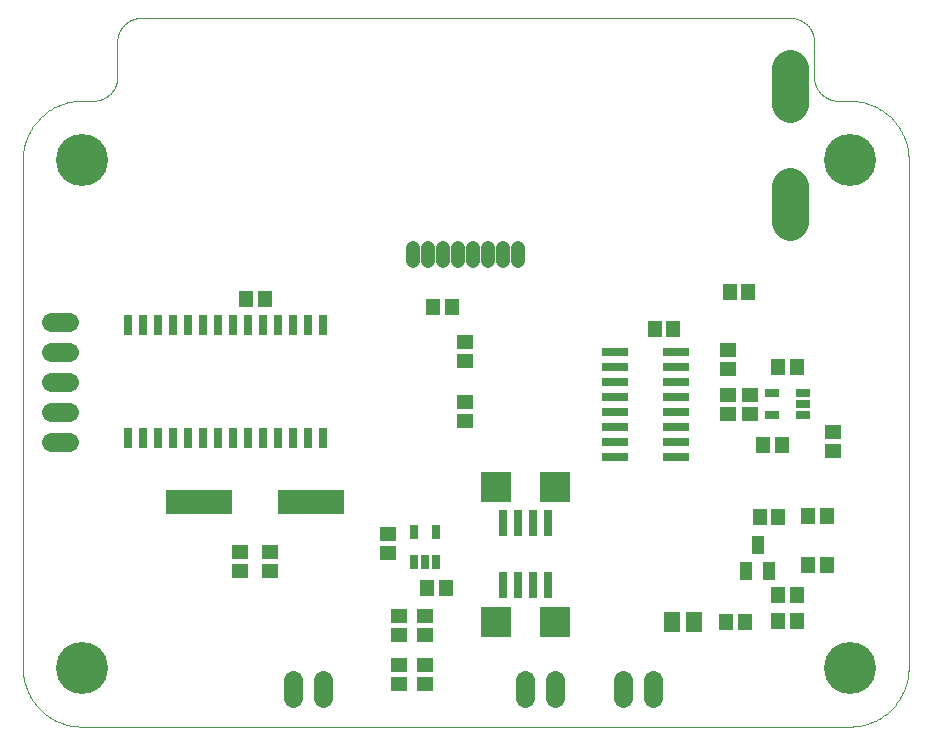
<source format=gts>
G75*
%MOIN*%
%OFA0B0*%
%FSLAX25Y25*%
%IPPOS*%
%LPD*%
%AMOC8*
5,1,8,0,0,1.08239X$1,22.5*
%
%ADD10C,0.00394*%
%ADD11C,0.06337*%
%ADD12R,0.04731X0.05518*%
%ADD13R,0.04337X0.05912*%
%ADD14R,0.05518X0.06699*%
%ADD15R,0.05124X0.02565*%
%ADD16R,0.09061X0.02762*%
%ADD17R,0.02565X0.05124*%
%ADD18R,0.05518X0.04731*%
%ADD19C,0.04762*%
%ADD20C,0.12211*%
%ADD21R,0.02959X0.07093*%
%ADD22R,0.02762X0.09061*%
%ADD23R,0.09849X0.09849*%
%ADD24R,0.22054X0.08274*%
%ADD25C,0.17392*%
D10*
X0030185Y0010500D02*
X0286091Y0010500D01*
X0286567Y0010506D01*
X0287042Y0010523D01*
X0287517Y0010552D01*
X0287991Y0010592D01*
X0288464Y0010644D01*
X0288935Y0010707D01*
X0289405Y0010781D01*
X0289873Y0010867D01*
X0290339Y0010964D01*
X0290802Y0011072D01*
X0291262Y0011191D01*
X0291720Y0011322D01*
X0292174Y0011463D01*
X0292625Y0011616D01*
X0293071Y0011779D01*
X0293514Y0011953D01*
X0293952Y0012138D01*
X0294386Y0012333D01*
X0294815Y0012539D01*
X0295239Y0012755D01*
X0295658Y0012981D01*
X0296071Y0013217D01*
X0296478Y0013463D01*
X0296879Y0013719D01*
X0297273Y0013985D01*
X0297662Y0014260D01*
X0298043Y0014544D01*
X0298417Y0014837D01*
X0298785Y0015139D01*
X0299145Y0015451D01*
X0299497Y0015770D01*
X0299841Y0016098D01*
X0300178Y0016435D01*
X0300506Y0016779D01*
X0300825Y0017131D01*
X0301137Y0017491D01*
X0301439Y0017859D01*
X0301732Y0018233D01*
X0302016Y0018614D01*
X0302291Y0019003D01*
X0302557Y0019397D01*
X0302813Y0019798D01*
X0303059Y0020205D01*
X0303295Y0020618D01*
X0303521Y0021037D01*
X0303737Y0021461D01*
X0303943Y0021890D01*
X0304138Y0022324D01*
X0304323Y0022762D01*
X0304497Y0023205D01*
X0304660Y0023651D01*
X0304813Y0024102D01*
X0304954Y0024556D01*
X0305085Y0025014D01*
X0305204Y0025474D01*
X0305312Y0025937D01*
X0305409Y0026403D01*
X0305495Y0026871D01*
X0305569Y0027341D01*
X0305632Y0027812D01*
X0305684Y0028285D01*
X0305724Y0028759D01*
X0305753Y0029234D01*
X0305770Y0029709D01*
X0305776Y0030185D01*
X0305776Y0199476D01*
X0305770Y0199952D01*
X0305753Y0200427D01*
X0305724Y0200902D01*
X0305684Y0201376D01*
X0305632Y0201849D01*
X0305569Y0202320D01*
X0305495Y0202790D01*
X0305409Y0203258D01*
X0305312Y0203724D01*
X0305204Y0204187D01*
X0305085Y0204647D01*
X0304954Y0205105D01*
X0304813Y0205559D01*
X0304660Y0206010D01*
X0304497Y0206456D01*
X0304323Y0206899D01*
X0304138Y0207337D01*
X0303943Y0207771D01*
X0303737Y0208200D01*
X0303521Y0208624D01*
X0303295Y0209043D01*
X0303059Y0209456D01*
X0302813Y0209863D01*
X0302557Y0210264D01*
X0302291Y0210658D01*
X0302016Y0211047D01*
X0301732Y0211428D01*
X0301439Y0211802D01*
X0301137Y0212170D01*
X0300825Y0212530D01*
X0300506Y0212882D01*
X0300178Y0213226D01*
X0299841Y0213563D01*
X0299497Y0213891D01*
X0299145Y0214210D01*
X0298785Y0214522D01*
X0298417Y0214824D01*
X0298043Y0215117D01*
X0297662Y0215401D01*
X0297273Y0215676D01*
X0296879Y0215942D01*
X0296478Y0216198D01*
X0296071Y0216444D01*
X0295658Y0216680D01*
X0295239Y0216906D01*
X0294815Y0217122D01*
X0294386Y0217328D01*
X0293952Y0217523D01*
X0293514Y0217708D01*
X0293071Y0217882D01*
X0292625Y0218045D01*
X0292174Y0218198D01*
X0291720Y0218339D01*
X0291262Y0218470D01*
X0290802Y0218589D01*
X0290339Y0218697D01*
X0289873Y0218794D01*
X0289405Y0218880D01*
X0288935Y0218954D01*
X0288464Y0219017D01*
X0287991Y0219069D01*
X0287517Y0219109D01*
X0287042Y0219138D01*
X0286567Y0219155D01*
X0286091Y0219161D01*
X0282154Y0219161D01*
X0281964Y0219163D01*
X0281774Y0219170D01*
X0281584Y0219182D01*
X0281394Y0219198D01*
X0281205Y0219218D01*
X0281016Y0219244D01*
X0280828Y0219273D01*
X0280641Y0219308D01*
X0280455Y0219347D01*
X0280270Y0219390D01*
X0280085Y0219438D01*
X0279902Y0219490D01*
X0279721Y0219546D01*
X0279541Y0219607D01*
X0279362Y0219673D01*
X0279185Y0219742D01*
X0279009Y0219816D01*
X0278836Y0219894D01*
X0278664Y0219977D01*
X0278495Y0220063D01*
X0278327Y0220153D01*
X0278162Y0220248D01*
X0277999Y0220346D01*
X0277839Y0220449D01*
X0277681Y0220555D01*
X0277526Y0220665D01*
X0277373Y0220778D01*
X0277223Y0220896D01*
X0277077Y0221017D01*
X0276933Y0221141D01*
X0276792Y0221269D01*
X0276654Y0221400D01*
X0276519Y0221535D01*
X0276388Y0221673D01*
X0276260Y0221814D01*
X0276136Y0221958D01*
X0276015Y0222104D01*
X0275897Y0222254D01*
X0275784Y0222407D01*
X0275674Y0222562D01*
X0275568Y0222720D01*
X0275465Y0222880D01*
X0275367Y0223043D01*
X0275272Y0223208D01*
X0275182Y0223376D01*
X0275096Y0223545D01*
X0275013Y0223717D01*
X0274935Y0223890D01*
X0274861Y0224066D01*
X0274792Y0224243D01*
X0274726Y0224422D01*
X0274665Y0224602D01*
X0274609Y0224783D01*
X0274557Y0224966D01*
X0274509Y0225151D01*
X0274466Y0225336D01*
X0274427Y0225522D01*
X0274392Y0225709D01*
X0274363Y0225897D01*
X0274337Y0226086D01*
X0274317Y0226275D01*
X0274301Y0226465D01*
X0274289Y0226655D01*
X0274282Y0226845D01*
X0274280Y0227035D01*
X0274280Y0238846D01*
X0274278Y0239036D01*
X0274271Y0239226D01*
X0274259Y0239416D01*
X0274243Y0239606D01*
X0274223Y0239795D01*
X0274197Y0239984D01*
X0274168Y0240172D01*
X0274133Y0240359D01*
X0274094Y0240545D01*
X0274051Y0240730D01*
X0274003Y0240915D01*
X0273951Y0241098D01*
X0273895Y0241279D01*
X0273834Y0241459D01*
X0273768Y0241638D01*
X0273699Y0241815D01*
X0273625Y0241991D01*
X0273547Y0242164D01*
X0273464Y0242336D01*
X0273378Y0242505D01*
X0273288Y0242673D01*
X0273193Y0242838D01*
X0273095Y0243001D01*
X0272992Y0243161D01*
X0272886Y0243319D01*
X0272776Y0243474D01*
X0272663Y0243627D01*
X0272545Y0243777D01*
X0272424Y0243923D01*
X0272300Y0244067D01*
X0272172Y0244208D01*
X0272041Y0244346D01*
X0271906Y0244481D01*
X0271768Y0244612D01*
X0271627Y0244740D01*
X0271483Y0244864D01*
X0271337Y0244985D01*
X0271187Y0245103D01*
X0271034Y0245216D01*
X0270879Y0245326D01*
X0270721Y0245432D01*
X0270561Y0245535D01*
X0270398Y0245633D01*
X0270233Y0245728D01*
X0270065Y0245818D01*
X0269896Y0245904D01*
X0269724Y0245987D01*
X0269551Y0246065D01*
X0269375Y0246139D01*
X0269198Y0246208D01*
X0269019Y0246274D01*
X0268839Y0246335D01*
X0268658Y0246391D01*
X0268475Y0246443D01*
X0268290Y0246491D01*
X0268105Y0246534D01*
X0267919Y0246573D01*
X0267732Y0246608D01*
X0267544Y0246637D01*
X0267355Y0246663D01*
X0267166Y0246683D01*
X0266976Y0246699D01*
X0266786Y0246711D01*
X0266596Y0246718D01*
X0266406Y0246720D01*
X0049870Y0246720D01*
X0049680Y0246718D01*
X0049490Y0246711D01*
X0049300Y0246699D01*
X0049110Y0246683D01*
X0048921Y0246663D01*
X0048732Y0246637D01*
X0048544Y0246608D01*
X0048357Y0246573D01*
X0048171Y0246534D01*
X0047986Y0246491D01*
X0047801Y0246443D01*
X0047618Y0246391D01*
X0047437Y0246335D01*
X0047257Y0246274D01*
X0047078Y0246208D01*
X0046901Y0246139D01*
X0046725Y0246065D01*
X0046552Y0245987D01*
X0046380Y0245904D01*
X0046211Y0245818D01*
X0046043Y0245728D01*
X0045878Y0245633D01*
X0045715Y0245535D01*
X0045555Y0245432D01*
X0045397Y0245326D01*
X0045242Y0245216D01*
X0045089Y0245103D01*
X0044939Y0244985D01*
X0044793Y0244864D01*
X0044649Y0244740D01*
X0044508Y0244612D01*
X0044370Y0244481D01*
X0044235Y0244346D01*
X0044104Y0244208D01*
X0043976Y0244067D01*
X0043852Y0243923D01*
X0043731Y0243777D01*
X0043613Y0243627D01*
X0043500Y0243474D01*
X0043390Y0243319D01*
X0043284Y0243161D01*
X0043181Y0243001D01*
X0043083Y0242838D01*
X0042988Y0242673D01*
X0042898Y0242505D01*
X0042812Y0242336D01*
X0042729Y0242164D01*
X0042651Y0241991D01*
X0042577Y0241815D01*
X0042508Y0241638D01*
X0042442Y0241459D01*
X0042381Y0241279D01*
X0042325Y0241098D01*
X0042273Y0240915D01*
X0042225Y0240730D01*
X0042182Y0240545D01*
X0042143Y0240359D01*
X0042108Y0240172D01*
X0042079Y0239984D01*
X0042053Y0239795D01*
X0042033Y0239606D01*
X0042017Y0239416D01*
X0042005Y0239226D01*
X0041998Y0239036D01*
X0041996Y0238846D01*
X0041996Y0227035D01*
X0041994Y0226845D01*
X0041987Y0226655D01*
X0041975Y0226465D01*
X0041959Y0226275D01*
X0041939Y0226086D01*
X0041913Y0225897D01*
X0041884Y0225709D01*
X0041849Y0225522D01*
X0041810Y0225336D01*
X0041767Y0225151D01*
X0041719Y0224966D01*
X0041667Y0224783D01*
X0041611Y0224602D01*
X0041550Y0224422D01*
X0041484Y0224243D01*
X0041415Y0224066D01*
X0041341Y0223890D01*
X0041263Y0223717D01*
X0041180Y0223545D01*
X0041094Y0223376D01*
X0041004Y0223208D01*
X0040909Y0223043D01*
X0040811Y0222880D01*
X0040708Y0222720D01*
X0040602Y0222562D01*
X0040492Y0222407D01*
X0040379Y0222254D01*
X0040261Y0222104D01*
X0040140Y0221958D01*
X0040016Y0221814D01*
X0039888Y0221673D01*
X0039757Y0221535D01*
X0039622Y0221400D01*
X0039484Y0221269D01*
X0039343Y0221141D01*
X0039199Y0221017D01*
X0039053Y0220896D01*
X0038903Y0220778D01*
X0038750Y0220665D01*
X0038595Y0220555D01*
X0038437Y0220449D01*
X0038277Y0220346D01*
X0038114Y0220248D01*
X0037949Y0220153D01*
X0037781Y0220063D01*
X0037612Y0219977D01*
X0037440Y0219894D01*
X0037267Y0219816D01*
X0037091Y0219742D01*
X0036914Y0219673D01*
X0036735Y0219607D01*
X0036555Y0219546D01*
X0036374Y0219490D01*
X0036191Y0219438D01*
X0036006Y0219390D01*
X0035821Y0219347D01*
X0035635Y0219308D01*
X0035448Y0219273D01*
X0035260Y0219244D01*
X0035071Y0219218D01*
X0034882Y0219198D01*
X0034692Y0219182D01*
X0034502Y0219170D01*
X0034312Y0219163D01*
X0034122Y0219161D01*
X0030185Y0219161D01*
X0029709Y0219155D01*
X0029234Y0219138D01*
X0028759Y0219109D01*
X0028285Y0219069D01*
X0027812Y0219017D01*
X0027341Y0218954D01*
X0026871Y0218880D01*
X0026403Y0218794D01*
X0025937Y0218697D01*
X0025474Y0218589D01*
X0025014Y0218470D01*
X0024556Y0218339D01*
X0024102Y0218198D01*
X0023651Y0218045D01*
X0023205Y0217882D01*
X0022762Y0217708D01*
X0022324Y0217523D01*
X0021890Y0217328D01*
X0021461Y0217122D01*
X0021037Y0216906D01*
X0020618Y0216680D01*
X0020205Y0216444D01*
X0019798Y0216198D01*
X0019397Y0215942D01*
X0019003Y0215676D01*
X0018614Y0215401D01*
X0018233Y0215117D01*
X0017859Y0214824D01*
X0017491Y0214522D01*
X0017131Y0214210D01*
X0016779Y0213891D01*
X0016435Y0213563D01*
X0016098Y0213226D01*
X0015770Y0212882D01*
X0015451Y0212530D01*
X0015139Y0212170D01*
X0014837Y0211802D01*
X0014544Y0211428D01*
X0014260Y0211047D01*
X0013985Y0210658D01*
X0013719Y0210264D01*
X0013463Y0209863D01*
X0013217Y0209456D01*
X0012981Y0209043D01*
X0012755Y0208624D01*
X0012539Y0208200D01*
X0012333Y0207771D01*
X0012138Y0207337D01*
X0011953Y0206899D01*
X0011779Y0206456D01*
X0011616Y0206010D01*
X0011463Y0205559D01*
X0011322Y0205105D01*
X0011191Y0204647D01*
X0011072Y0204187D01*
X0010964Y0203724D01*
X0010867Y0203258D01*
X0010781Y0202790D01*
X0010707Y0202320D01*
X0010644Y0201849D01*
X0010592Y0201376D01*
X0010552Y0200902D01*
X0010523Y0200427D01*
X0010506Y0199952D01*
X0010500Y0199476D01*
X0010500Y0030185D01*
X0010506Y0029709D01*
X0010523Y0029234D01*
X0010552Y0028759D01*
X0010592Y0028285D01*
X0010644Y0027812D01*
X0010707Y0027341D01*
X0010781Y0026871D01*
X0010867Y0026403D01*
X0010964Y0025937D01*
X0011072Y0025474D01*
X0011191Y0025014D01*
X0011322Y0024556D01*
X0011463Y0024102D01*
X0011616Y0023651D01*
X0011779Y0023205D01*
X0011953Y0022762D01*
X0012138Y0022324D01*
X0012333Y0021890D01*
X0012539Y0021461D01*
X0012755Y0021037D01*
X0012981Y0020618D01*
X0013217Y0020205D01*
X0013463Y0019798D01*
X0013719Y0019397D01*
X0013985Y0019003D01*
X0014260Y0018614D01*
X0014544Y0018233D01*
X0014837Y0017859D01*
X0015139Y0017491D01*
X0015451Y0017131D01*
X0015770Y0016779D01*
X0016098Y0016435D01*
X0016435Y0016098D01*
X0016779Y0015770D01*
X0017131Y0015451D01*
X0017491Y0015139D01*
X0017859Y0014837D01*
X0018233Y0014544D01*
X0018614Y0014260D01*
X0019003Y0013985D01*
X0019397Y0013719D01*
X0019798Y0013463D01*
X0020205Y0013217D01*
X0020618Y0012981D01*
X0021037Y0012755D01*
X0021461Y0012539D01*
X0021890Y0012333D01*
X0022324Y0012138D01*
X0022762Y0011953D01*
X0023205Y0011779D01*
X0023651Y0011616D01*
X0024102Y0011463D01*
X0024556Y0011322D01*
X0025014Y0011191D01*
X0025474Y0011072D01*
X0025937Y0010964D01*
X0026403Y0010867D01*
X0026871Y0010781D01*
X0027341Y0010707D01*
X0027812Y0010644D01*
X0028285Y0010592D01*
X0028759Y0010552D01*
X0029234Y0010523D01*
X0029709Y0010506D01*
X0030185Y0010500D01*
D11*
X0100500Y0020031D02*
X0100500Y0025969D01*
X0110500Y0025969D02*
X0110500Y0020031D01*
X0178000Y0020031D02*
X0178000Y0025969D01*
X0188000Y0025969D02*
X0188000Y0020031D01*
X0210500Y0020031D02*
X0210500Y0025969D01*
X0220500Y0025969D02*
X0220500Y0020031D01*
X0025969Y0105500D02*
X0020031Y0105500D01*
X0020031Y0115500D02*
X0025969Y0115500D01*
X0025969Y0125500D02*
X0020031Y0125500D01*
X0020031Y0135500D02*
X0025969Y0135500D01*
X0025969Y0145500D02*
X0020031Y0145500D01*
D12*
X0084850Y0153000D03*
X0091150Y0153000D03*
X0147350Y0150500D03*
X0153650Y0150500D03*
X0221100Y0143000D03*
X0227400Y0143000D03*
X0246100Y0155500D03*
X0252400Y0155500D03*
X0262350Y0130500D03*
X0268650Y0130500D03*
X0263650Y0104250D03*
X0257350Y0104250D03*
X0256100Y0080500D03*
X0262400Y0080500D03*
X0272321Y0080559D03*
X0278620Y0080559D03*
X0278620Y0064309D03*
X0272321Y0064309D03*
X0268620Y0054309D03*
X0262321Y0054309D03*
X0262321Y0045559D03*
X0268620Y0045559D03*
X0251150Y0045500D03*
X0244850Y0045500D03*
X0151504Y0056642D03*
X0145205Y0056642D03*
D13*
X0251730Y0062478D03*
X0259211Y0062478D03*
X0255470Y0071140D03*
D14*
X0234240Y0045500D03*
X0226760Y0045500D03*
D15*
X0260382Y0114260D03*
X0260382Y0121740D03*
X0270618Y0121740D03*
X0270618Y0118000D03*
X0270618Y0114260D03*
D16*
X0228236Y0115500D03*
X0228236Y0110500D03*
X0228236Y0105500D03*
X0228236Y0100500D03*
X0207764Y0100500D03*
X0207764Y0105500D03*
X0207764Y0110500D03*
X0207764Y0115500D03*
X0207764Y0120500D03*
X0207764Y0125500D03*
X0207764Y0130500D03*
X0207764Y0135500D03*
X0228236Y0135500D03*
X0228236Y0130500D03*
X0228236Y0125500D03*
X0228236Y0120500D03*
D17*
X0148344Y0075510D03*
X0140864Y0075510D03*
X0140864Y0065274D03*
X0144604Y0065274D03*
X0148344Y0065274D03*
D18*
X0132104Y0068492D03*
X0132104Y0074791D03*
X0135854Y0047291D03*
X0135854Y0040992D03*
X0144604Y0040992D03*
X0144604Y0047291D03*
X0144604Y0031041D03*
X0144604Y0024742D03*
X0135854Y0024742D03*
X0135854Y0031041D03*
X0093000Y0062350D03*
X0093000Y0068650D03*
X0083000Y0068650D03*
X0083000Y0062350D03*
X0158000Y0112350D03*
X0158000Y0118650D03*
X0158000Y0132350D03*
X0158000Y0138650D03*
X0245500Y0136150D03*
X0245500Y0129850D03*
X0245500Y0121150D03*
X0245500Y0114850D03*
X0253000Y0114850D03*
X0253000Y0121150D03*
X0280500Y0108650D03*
X0280500Y0102350D03*
D19*
X0175638Y0165799D02*
X0175638Y0170161D01*
X0170638Y0170161D02*
X0170638Y0165799D01*
X0165638Y0165799D02*
X0165638Y0170161D01*
X0160638Y0170161D02*
X0160638Y0165799D01*
X0155638Y0165799D02*
X0155638Y0170161D01*
X0150638Y0170161D02*
X0150638Y0165799D01*
X0145638Y0165799D02*
X0145638Y0170161D01*
X0140638Y0170161D02*
X0140638Y0165799D01*
D20*
X0266209Y0178807D02*
X0266209Y0190618D01*
X0266209Y0218177D02*
X0266209Y0229988D01*
D21*
X0110500Y0144319D03*
X0105500Y0144319D03*
X0100500Y0144319D03*
X0095500Y0144319D03*
X0090500Y0144319D03*
X0085500Y0144319D03*
X0080500Y0144319D03*
X0075500Y0144319D03*
X0070500Y0144319D03*
X0065500Y0144319D03*
X0060500Y0144319D03*
X0055500Y0144319D03*
X0050500Y0144319D03*
X0045500Y0144319D03*
X0045500Y0106681D03*
X0050500Y0106681D03*
X0055500Y0106681D03*
X0060500Y0106681D03*
X0065500Y0106681D03*
X0070500Y0106681D03*
X0075500Y0106681D03*
X0080500Y0106681D03*
X0085500Y0106681D03*
X0090500Y0106681D03*
X0095500Y0106681D03*
X0100500Y0106681D03*
X0105500Y0106681D03*
X0110500Y0106681D03*
D22*
X0170500Y0078236D03*
X0175500Y0078236D03*
X0180500Y0078236D03*
X0185500Y0078236D03*
X0185500Y0057764D03*
X0180500Y0057764D03*
X0175500Y0057764D03*
X0170500Y0057764D03*
D23*
X0168157Y0045500D03*
X0187843Y0045500D03*
X0187843Y0090500D03*
X0168157Y0090500D03*
D24*
X0106701Y0085500D03*
X0069299Y0085500D03*
D25*
X0030185Y0030185D03*
X0030185Y0199476D03*
X0286091Y0199476D03*
X0286091Y0030185D03*
M02*

</source>
